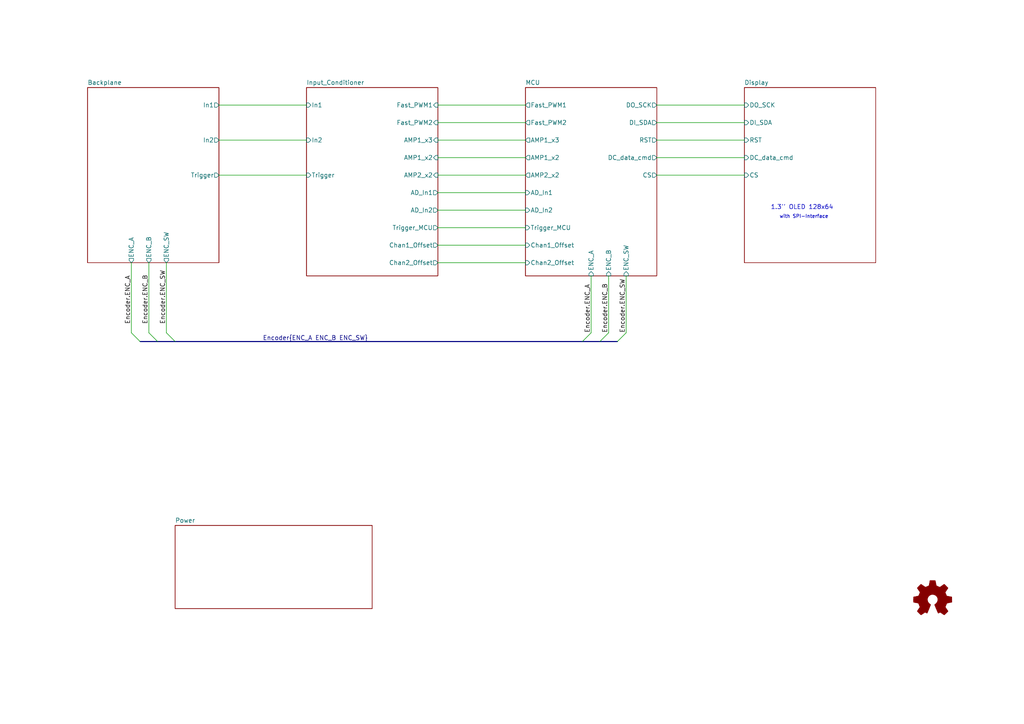
<source format=kicad_sch>
(kicad_sch (version 20230121) (generator eeschema)

  (uuid 8afbb998-7d16-4281-9dd9-09fb779c43d4)

  (paper "A4")

  (title_block
    (title "LesScope")
    (date "2025-03-20")
    (rev "1.1")
    (company "ImoogDi")
    (comment 1 "CC BY-NC-SA")
  )

  (lib_symbols
    (symbol "Graphic:Logo_Open_Hardware_Small" (in_bom no) (on_board no)
      (property "Reference" "#SYM" (at 0 6.985 0)
        (effects (font (size 1.27 1.27)) hide)
      )
      (property "Value" "Logo_Open_Hardware_Small" (at 0 -5.715 0)
        (effects (font (size 1.27 1.27)) hide)
      )
      (property "Footprint" "" (at 0 0 0)
        (effects (font (size 1.27 1.27)) hide)
      )
      (property "Datasheet" "~" (at 0 0 0)
        (effects (font (size 1.27 1.27)) hide)
      )
      (property "Sim.Enable" "0" (at 0 0 0)
        (effects (font (size 1.27 1.27)) hide)
      )
      (property "ki_keywords" "Logo" (at 0 0 0)
        (effects (font (size 1.27 1.27)) hide)
      )
      (property "ki_description" "Open Hardware logo, small" (at 0 0 0)
        (effects (font (size 1.27 1.27)) hide)
      )
      (symbol "Logo_Open_Hardware_Small_0_1"
        (polyline
          (pts
            (xy 3.3528 -4.3434)
            (xy 3.302 -4.318)
            (xy 3.175 -4.2418)
            (xy 2.9972 -4.1148)
            (xy 2.7686 -3.9624)
            (xy 2.54 -3.81)
            (xy 2.3622 -3.7084)
            (xy 2.2352 -3.6068)
            (xy 2.1844 -3.5814)
            (xy 2.159 -3.6068)
            (xy 2.0574 -3.6576)
            (xy 1.905 -3.7338)
            (xy 1.8034 -3.7846)
            (xy 1.6764 -3.8354)
            (xy 1.6002 -3.8354)
            (xy 1.6002 -3.8354)
            (xy 1.5494 -3.7338)
            (xy 1.4732 -3.5306)
            (xy 1.3462 -3.302)
            (xy 1.2446 -3.0226)
            (xy 1.1176 -2.7178)
            (xy 0.9652 -2.413)
            (xy 0.8636 -2.1082)
            (xy 0.7366 -1.8288)
            (xy 0.6604 -1.6256)
            (xy 0.6096 -1.4732)
            (xy 0.5842 -1.397)
            (xy 0.5842 -1.397)
            (xy 0.6604 -1.3208)
            (xy 0.7874 -1.2446)
            (xy 1.0414 -1.016)
            (xy 1.2954 -0.6858)
            (xy 1.4478 -0.3302)
            (xy 1.524 0.0762)
            (xy 1.4732 0.4572)
            (xy 1.3208 0.8128)
            (xy 1.0668 1.143)
            (xy 0.762 1.3716)
            (xy 0.4064 1.524)
            (xy 0 1.5748)
            (xy -0.381 1.5494)
            (xy -0.7366 1.397)
            (xy -1.0668 1.143)
            (xy -1.2192 0.9906)
            (xy -1.397 0.6604)
            (xy -1.524 0.3048)
            (xy -1.524 0.2286)
            (xy -1.4986 -0.1778)
            (xy -1.397 -0.5334)
            (xy -1.1938 -0.8636)
            (xy -0.9144 -1.143)
            (xy -0.8636 -1.1684)
            (xy -0.7366 -1.27)
            (xy -0.635 -1.3462)
            (xy -0.5842 -1.397)
            (xy -1.0668 -2.5908)
            (xy -1.143 -2.794)
            (xy -1.2954 -3.1242)
            (xy -1.397 -3.4036)
            (xy -1.4986 -3.6322)
            (xy -1.5748 -3.7846)
            (xy -1.6002 -3.8354)
            (xy -1.6002 -3.8354)
            (xy -1.651 -3.8354)
            (xy -1.7272 -3.81)
            (xy -1.905 -3.7338)
            (xy -2.0066 -3.683)
            (xy -2.1336 -3.6068)
            (xy -2.2098 -3.5814)
            (xy -2.2606 -3.6068)
            (xy -2.3622 -3.683)
            (xy -2.54 -3.81)
            (xy -2.7686 -3.9624)
            (xy -2.9718 -4.0894)
            (xy -3.1496 -4.2164)
            (xy -3.302 -4.318)
            (xy -3.3528 -4.3434)
            (xy -3.3782 -4.3434)
            (xy -3.429 -4.318)
            (xy -3.5306 -4.2164)
            (xy -3.7084 -4.064)
            (xy -3.937 -3.8354)
            (xy -3.9624 -3.81)
            (xy -4.1656 -3.6068)
            (xy -4.318 -3.4544)
            (xy -4.4196 -3.3274)
            (xy -4.445 -3.2766)
            (xy -4.445 -3.2766)
            (xy -4.4196 -3.2258)
            (xy -4.318 -3.0734)
            (xy -4.2164 -2.8956)
            (xy -4.064 -2.667)
            (xy -3.6576 -2.0828)
            (xy -3.8862 -1.5494)
            (xy -3.937 -1.3716)
            (xy -4.0386 -1.1684)
            (xy -4.0894 -1.0414)
            (xy -4.1148 -0.9652)
            (xy -4.191 -0.9398)
            (xy -4.318 -0.9144)
            (xy -4.5466 -0.8636)
            (xy -4.8006 -0.8128)
            (xy -5.0546 -0.7874)
            (xy -5.2578 -0.7366)
            (xy -5.4356 -0.7112)
            (xy -5.5118 -0.6858)
            (xy -5.5118 -0.6858)
            (xy -5.5372 -0.635)
            (xy -5.5372 -0.5588)
            (xy -5.5372 -0.4318)
            (xy -5.5626 -0.2286)
            (xy -5.5626 0.0762)
            (xy -5.5626 0.127)
            (xy -5.5372 0.4064)
            (xy -5.5372 0.635)
            (xy -5.5372 0.762)
            (xy -5.5372 0.8382)
            (xy -5.5372 0.8382)
            (xy -5.461 0.8382)
            (xy -5.3086 0.889)
            (xy -5.08 0.9144)
            (xy -4.826 0.9652)
            (xy -4.8006 0.9906)
            (xy -4.5466 1.0414)
            (xy -4.318 1.0668)
            (xy -4.1656 1.1176)
            (xy -4.0894 1.143)
            (xy -4.0894 1.143)
            (xy -4.0386 1.2446)
            (xy -3.9624 1.4224)
            (xy -3.8608 1.6256)
            (xy -3.7846 1.8288)
            (xy -3.7084 2.0066)
            (xy -3.6576 2.159)
            (xy -3.6322 2.2098)
            (xy -3.6322 2.2098)
            (xy -3.683 2.286)
            (xy -3.7592 2.413)
            (xy -3.8862 2.5908)
            (xy -4.064 2.8194)
            (xy -4.064 2.8448)
            (xy -4.2164 3.0734)
            (xy -4.3434 3.2512)
            (xy -4.4196 3.3782)
            (xy -4.445 3.4544)
            (xy -4.445 3.4544)
            (xy -4.3942 3.5052)
            (xy -4.2926 3.6322)
            (xy -4.1148 3.81)
            (xy -3.937 4.0132)
            (xy -3.8608 4.064)
            (xy -3.6576 4.2926)
            (xy -3.5052 4.4196)
            (xy -3.4036 4.4958)
            (xy -3.3528 4.5212)
            (xy -3.3528 4.5212)
            (xy -3.302 4.4704)
            (xy -3.1496 4.3688)
            (xy -2.9718 4.2418)
            (xy -2.7432 4.0894)
            (xy -2.7178 4.0894)
            (xy -2.4892 3.937)
            (xy -2.3114 3.81)
            (xy -2.1844 3.7084)
            (xy -2.1336 3.683)
            (xy -2.1082 3.683)
            (xy -2.032 3.7084)
            (xy -1.8542 3.7592)
            (xy -1.6764 3.8354)
            (xy -1.4732 3.937)
            (xy -1.27 4.0132)
            (xy -1.143 4.064)
            (xy -1.0668 4.1148)
            (xy -1.0668 4.1148)
            (xy -1.0414 4.191)
            (xy -1.016 4.3434)
            (xy -0.9652 4.572)
            (xy -0.9144 4.8514)
            (xy -0.889 4.9022)
            (xy -0.8382 5.1562)
            (xy -0.8128 5.3848)
            (xy -0.7874 5.5372)
            (xy -0.762 5.588)
            (xy -0.7112 5.6134)
            (xy -0.5842 5.6134)
            (xy -0.4064 5.6134)
            (xy -0.1524 5.6134)
            (xy 0.0762 5.6134)
            (xy 0.3302 5.6134)
            (xy 0.5334 5.6134)
            (xy 0.6858 5.588)
            (xy 0.7366 5.588)
            (xy 0.7366 5.588)
            (xy 0.762 5.5118)
            (xy 0.8128 5.334)
            (xy 0.8382 5.1054)
            (xy 0.9144 4.826)
            (xy 0.9144 4.7752)
            (xy 0.9652 4.5212)
            (xy 1.016 4.2926)
            (xy 1.0414 4.1402)
            (xy 1.0668 4.0894)
            (xy 1.0668 4.0894)
            (xy 1.1938 4.0386)
            (xy 1.3716 3.9624)
            (xy 1.5748 3.8608)
            (xy 2.0828 3.6576)
            (xy 2.7178 4.0894)
            (xy 2.7686 4.1402)
            (xy 2.9972 4.2926)
            (xy 3.175 4.4196)
            (xy 3.302 4.4958)
            (xy 3.3782 4.5212)
            (xy 3.3782 4.5212)
            (xy 3.429 4.4704)
            (xy 3.556 4.3434)
            (xy 3.7338 4.191)
            (xy 3.9116 3.9878)
            (xy 4.064 3.8354)
            (xy 4.2418 3.6576)
            (xy 4.3434 3.556)
            (xy 4.4196 3.4798)
            (xy 4.4196 3.429)
            (xy 4.4196 3.4036)
            (xy 4.3942 3.3274)
            (xy 4.2926 3.2004)
            (xy 4.1656 2.9972)
            (xy 4.0132 2.794)
            (xy 3.8862 2.5908)
            (xy 3.7592 2.3876)
            (xy 3.6576 2.2352)
            (xy 3.6322 2.159)
            (xy 3.6322 2.1336)
            (xy 3.683 2.0066)
            (xy 3.7592 1.8288)
            (xy 3.8608 1.6002)
            (xy 4.064 1.1176)
            (xy 4.3942 1.0414)
            (xy 4.5974 1.016)
            (xy 4.8768 0.9652)
            (xy 5.1308 0.9144)
            (xy 5.5372 0.8382)
            (xy 5.5626 -0.6604)
            (xy 5.4864 -0.6858)
            (xy 5.4356 -0.6858)
            (xy 5.2832 -0.7366)
            (xy 5.0546 -0.762)
            (xy 4.8006 -0.8128)
            (xy 4.5974 -0.8636)
            (xy 4.3688 -0.9144)
            (xy 4.2164 -0.9398)
            (xy 4.1402 -0.9398)
            (xy 4.1148 -0.9652)
            (xy 4.064 -1.0668)
            (xy 3.9878 -1.2446)
            (xy 3.9116 -1.4478)
            (xy 3.81 -1.651)
            (xy 3.7338 -1.8542)
            (xy 3.683 -2.0066)
            (xy 3.6576 -2.0828)
            (xy 3.683 -2.1336)
            (xy 3.7846 -2.2606)
            (xy 3.8862 -2.4638)
            (xy 4.0386 -2.667)
            (xy 4.191 -2.8956)
            (xy 4.318 -3.0734)
            (xy 4.3942 -3.2004)
            (xy 4.445 -3.2766)
            (xy 4.4196 -3.3274)
            (xy 4.3434 -3.429)
            (xy 4.1656 -3.5814)
            (xy 3.937 -3.8354)
            (xy 3.8862 -3.8608)
            (xy 3.683 -4.064)
            (xy 3.5306 -4.2164)
            (xy 3.4036 -4.318)
            (xy 3.3528 -4.3434)
          )
          (stroke (width 0) (type default))
          (fill (type outline))
        )
      )
    )
  )


  (bus_entry (at 43.18 96.52) (size 2.54 2.54)
    (stroke (width 0) (type default))
    (uuid 3c94fb4b-6e64-45d4-a2e8-06b303b5155f)
  )
  (bus_entry (at 181.61 96.52) (size -2.54 2.54)
    (stroke (width 0) (type default))
    (uuid 72373b18-62dd-4568-9b4c-fc1e7ae874f9)
  )
  (bus_entry (at 48.26 96.52) (size 2.54 2.54)
    (stroke (width 0) (type default))
    (uuid 852a4899-70d6-4b09-b584-2f3fb39fa6ba)
  )
  (bus_entry (at 38.1 96.52) (size 2.54 2.54)
    (stroke (width 0) (type default))
    (uuid 8cb7f23c-71e0-4134-8153-11dfcba9991d)
  )
  (bus_entry (at 176.53 96.52) (size -2.54 2.54)
    (stroke (width 0) (type default))
    (uuid ece28930-9160-4ec5-a431-2a4fddd329d0)
  )
  (bus_entry (at 171.45 96.52) (size -2.54 2.54)
    (stroke (width 0) (type default))
    (uuid fc03b59c-0ba7-4918-bad1-ff6f15228301)
  )

  (wire (pts (xy 171.45 80.01) (xy 171.45 96.52))
    (stroke (width 0) (type default))
    (uuid 0070a5fb-6646-4734-b42d-43607c508081)
  )
  (wire (pts (xy 176.53 80.01) (xy 176.53 96.52))
    (stroke (width 0) (type default))
    (uuid 0280ea7f-391f-4cd8-a9d5-d785064d0a69)
  )
  (wire (pts (xy 127 50.8) (xy 152.4 50.8))
    (stroke (width 0) (type default))
    (uuid 07171b36-2366-4e81-9234-a4d12b4574c1)
  )
  (wire (pts (xy 152.4 35.56) (xy 127 35.56))
    (stroke (width 0) (type default))
    (uuid 0fcd5b4e-8935-4173-9da3-92c2ab37dc64)
  )
  (wire (pts (xy 190.5 30.48) (xy 215.9 30.48))
    (stroke (width 0) (type default))
    (uuid 10dd1296-d6ce-4f93-afb9-319c2aae2bb1)
  )
  (wire (pts (xy 127 71.12) (xy 152.4 71.12))
    (stroke (width 0) (type default))
    (uuid 2ac18a83-1536-4238-9905-dc9aa9887047)
  )
  (bus (pts (xy 50.8 99.06) (xy 168.91 99.06))
    (stroke (width 0) (type default))
    (uuid 333e686b-beba-49dc-ab83-6d9fdb293a21)
  )

  (wire (pts (xy 152.4 66.04) (xy 127 66.04))
    (stroke (width 0) (type default))
    (uuid 5da942ff-d934-42cf-9fcd-f9167953df58)
  )
  (bus (pts (xy 173.99 99.06) (xy 179.07 99.06))
    (stroke (width 0) (type default))
    (uuid 633820a3-d020-4cc0-be80-706491232dd2)
  )

  (wire (pts (xy 190.5 35.56) (xy 215.9 35.56))
    (stroke (width 0) (type default))
    (uuid 63953c2b-1355-4aa3-a4e4-985c41d769c2)
  )
  (wire (pts (xy 88.9 30.48) (xy 63.5 30.48))
    (stroke (width 0) (type default))
    (uuid 63fedaef-57ce-4fd9-8220-706f0b361461)
  )
  (wire (pts (xy 43.18 76.2) (xy 43.18 96.52))
    (stroke (width 0) (type default))
    (uuid 64297bb7-4b40-4b24-91ae-c5b0976b8cda)
  )
  (wire (pts (xy 152.4 30.48) (xy 127 30.48))
    (stroke (width 0) (type default))
    (uuid 66794e68-74aa-4c2e-a996-c117c08e6ebe)
  )
  (wire (pts (xy 127 76.2) (xy 152.4 76.2))
    (stroke (width 0) (type default))
    (uuid 6b4e5c37-3328-4354-9214-e26332fb6e9c)
  )
  (bus (pts (xy 168.91 99.06) (xy 173.99 99.06))
    (stroke (width 0) (type default))
    (uuid 740222ce-302e-465f-b6ba-5d1b7c8870c3)
  )

  (wire (pts (xy 152.4 40.64) (xy 127 40.64))
    (stroke (width 0) (type default))
    (uuid 7789ecba-a5c1-408c-9060-b90f8b3c76d5)
  )
  (bus (pts (xy 45.72 99.06) (xy 50.8 99.06))
    (stroke (width 0) (type default))
    (uuid 7a651895-6403-4f2a-ba06-207a2b940c9d)
  )

  (wire (pts (xy 88.9 40.64) (xy 63.5 40.64))
    (stroke (width 0) (type default))
    (uuid 7f4cfdb8-f5f9-49d3-988a-c83820ea495a)
  )
  (wire (pts (xy 190.5 40.64) (xy 215.9 40.64))
    (stroke (width 0) (type default))
    (uuid 815aa483-78f8-48f7-baf0-081330c4738a)
  )
  (wire (pts (xy 152.4 60.96) (xy 127 60.96))
    (stroke (width 0) (type default))
    (uuid 8440d085-b165-4cd7-af75-b40a205f83b1)
  )
  (wire (pts (xy 190.5 45.72) (xy 215.9 45.72))
    (stroke (width 0) (type default))
    (uuid 980137e8-29e3-4aba-bb16-7dabc0632962)
  )
  (wire (pts (xy 152.4 55.88) (xy 127 55.88))
    (stroke (width 0) (type default))
    (uuid a43ce181-0309-46c7-b7a4-d9e4f9df8900)
  )
  (wire (pts (xy 38.1 76.2) (xy 38.1 96.52))
    (stroke (width 0) (type default))
    (uuid afb775b4-685d-4cd4-b13a-1026ac723de4)
  )
  (wire (pts (xy 88.9 50.8) (xy 63.5 50.8))
    (stroke (width 0) (type default))
    (uuid b235a4fd-d391-46fe-8a96-dca7e6f5e81b)
  )
  (wire (pts (xy 190.5 50.8) (xy 215.9 50.8))
    (stroke (width 0) (type default))
    (uuid b73079af-d6d4-4ad6-8894-eeac53ff129f)
  )
  (bus (pts (xy 40.64 99.06) (xy 45.72 99.06))
    (stroke (width 0) (type default))
    (uuid c84e7224-d9fa-48b5-95bf-c4cd21dfd9a5)
  )

  (wire (pts (xy 127 45.72) (xy 152.4 45.72))
    (stroke (width 0) (type default))
    (uuid cb53a5eb-43a5-4bcc-941c-602495b578c3)
  )
  (wire (pts (xy 48.26 76.2) (xy 48.26 96.52))
    (stroke (width 0) (type default))
    (uuid dc176931-41bc-4cb9-85d1-5082a14f6566)
  )
  (wire (pts (xy 181.61 80.01) (xy 181.61 96.52))
    (stroke (width 0) (type default))
    (uuid ffbbc487-d000-404c-928a-cbbe5bc3b2bc)
  )

  (text "with SPI-Interface" (at 226.06 63.5 0)
    (effects (font (size 1 1)) (justify left bottom))
    (uuid 219e196e-a22e-46d7-af33-b40f16b0ecca)
  )
  (text "1.3'' OLED 128x64" (at 223.52 60.96 0)
    (effects (font (size 1.27 1.27)) (justify left bottom))
    (uuid 4d194101-a809-4964-8b60-8fece247dc72)
  )

  (label "Encoder.ENC_B" (at 176.53 96.52 90) (fields_autoplaced)
    (effects (font (size 1.27 1.27)) (justify left bottom))
    (uuid 3af848a2-ac15-4494-95fe-25efa85ea1f3)
  )
  (label "Encoder.ENC_SW" (at 181.61 96.52 90) (fields_autoplaced)
    (effects (font (size 1.27 1.27)) (justify left bottom))
    (uuid 5c33dec5-8f8f-41fd-b996-f9f18a62932f)
  )
  (label "Encoder{ENC_A ENC_B ENC_SW}" (at 76.2 99.06 0) (fields_autoplaced)
    (effects (font (size 1.27 1.27)) (justify left bottom))
    (uuid b936f52d-863e-4a19-93da-62ed6ae30b79)
  )
  (label "Encoder.ENC_SW" (at 48.26 93.98 90) (fields_autoplaced)
    (effects (font (size 1.27 1.27)) (justify left bottom))
    (uuid b94cb832-6db5-4181-93ef-f0c7b525f6a2)
  )
  (label "Encoder.ENC_A" (at 38.1 93.98 90) (fields_autoplaced)
    (effects (font (size 1.27 1.27)) (justify left bottom))
    (uuid d7ff3f5d-8b8a-41d9-8d44-7488e85d3a8e)
  )
  (label "Encoder.ENC_A" (at 171.45 96.52 90) (fields_autoplaced)
    (effects (font (size 1.27 1.27)) (justify left bottom))
    (uuid eb8a8483-1f7a-4f0a-a0dc-d76e92fdfb5a)
  )
  (label "Encoder.ENC_B" (at 43.18 93.98 90) (fields_autoplaced)
    (effects (font (size 1.27 1.27)) (justify left bottom))
    (uuid ef90ec8c-6453-46e1-bd46-89f4f7b84595)
  )

  (symbol (lib_id "Graphic:Logo_Open_Hardware_Small") (at 270.51 173.99 0) (unit 1)
    (in_bom no) (on_board no) (dnp no) (fields_autoplaced)
    (uuid b8807184-39d4-499e-b18a-951fe2e79aaf)
    (property "Reference" "#SYM1" (at 270.51 167.005 0)
      (effects (font (size 1.27 1.27)) hide)
    )
    (property "Value" "Logo_Open_Hardware_Small" (at 270.51 179.705 0)
      (effects (font (size 1.27 1.27)) hide)
    )
    (property "Footprint" "" (at 270.51 173.99 0)
      (effects (font (size 1.27 1.27)) hide)
    )
    (property "Datasheet" "~" (at 270.51 173.99 0)
      (effects (font (size 1.27 1.27)) hide)
    )
    (property "Sim.Enable" "0" (at 270.51 173.99 0)
      (effects (font (size 1.27 1.27)) hide)
    )
    (instances
      (project "LesScope"
        (path "/8afbb998-7d16-4281-9dd9-09fb779c43d4/b8db8617-cc95-40d1-bc8b-68c75cdd91fa"
          (reference "#SYM1") (unit 1)
        )
        (path "/8afbb998-7d16-4281-9dd9-09fb779c43d4"
          (reference "#SYM1") (unit 1)
        )
      )
    )
  )

  (sheet (at 215.9 25.4) (size 38.1 50.8) (fields_autoplaced)
    (stroke (width 0.1524) (type solid))
    (fill (color 0 0 0 0.0000))
    (uuid 2e9d1ae7-8d82-44d6-aaf9-bb8ee69cb7e9)
    (property "Sheetname" "Display" (at 215.9 24.6884 0)
      (effects (font (size 1.27 1.27)) (justify left bottom))
    )
    (property "Sheetfile" "Display.kicad_sch" (at 215.9 76.7846 0)
      (effects (font (size 1.27 1.27)) (justify left top) hide)
    )
    (pin "RST" input (at 215.9 40.64 180)
      (effects (font (size 1.27 1.27)) (justify left))
      (uuid e413acdf-2fbe-4340-b8cf-4abaa6e05059)
    )
    (pin "CS" input (at 215.9 50.8 180)
      (effects (font (size 1.27 1.27)) (justify left))
      (uuid 8d688144-7c5b-48cc-9c64-29c82fdcb9d2)
    )
    (pin "DI_SDA" input (at 215.9 35.56 180)
      (effects (font (size 1.27 1.27)) (justify left))
      (uuid 0ec9b2df-152b-4f2b-ac74-defe7df437b6)
    )
    (pin "DO_SCK" input (at 215.9 30.48 180)
      (effects (font (size 1.27 1.27)) (justify left))
      (uuid e3059d29-01b6-4ccb-b44a-581fa551ed0f)
    )
    (pin "DC_data_cmd" input (at 215.9 45.72 180)
      (effects (font (size 1.27 1.27)) (justify left))
      (uuid e00cf364-e713-4e57-9829-c000fbd8a3eb)
    )
    (instances
      (project "LesScope"
        (path "/8afbb998-7d16-4281-9dd9-09fb779c43d4" (page "6"))
      )
    )
  )

  (sheet (at 88.9 25.4) (size 38.1 54.61) (fields_autoplaced)
    (stroke (width 0.1524) (type solid))
    (fill (color 0 0 0 0.0000))
    (uuid 7ece734a-f1c4-44ad-8ccb-a25d3c268fc5)
    (property "Sheetname" "Input_Conditioner" (at 88.9 24.6884 0)
      (effects (font (size 1.27 1.27)) (justify left bottom))
    )
    (property "Sheetfile" "Input_Conditioner.kicad_sch" (at 88.9 80.5946 0)
      (effects (font (size 1.27 1.27)) (justify left top) hide)
    )
    (pin "Fast_PWM2" input (at 127 35.56 0)
      (effects (font (size 1.27 1.27)) (justify right))
      (uuid 63f53f4b-02d4-47d0-b186-584e34032cf1)
    )
    (pin "Fast_PWM1" input (at 127 30.48 0)
      (effects (font (size 1.27 1.27)) (justify right))
      (uuid 06e68c64-b892-493d-92af-738e4db6761b)
    )
    (pin "AD_In1" output (at 127 55.88 0)
      (effects (font (size 1.27 1.27)) (justify right))
      (uuid 7f1111f2-d33f-4740-9e6f-dcb820ed18b6)
    )
    (pin "AD_In2" output (at 127 60.96 0)
      (effects (font (size 1.27 1.27)) (justify right))
      (uuid 6b795b07-0bb8-410f-88da-1b11f6ba3dc1)
    )
    (pin "Trigger" input (at 88.9 50.8 180)
      (effects (font (size 1.27 1.27)) (justify left))
      (uuid 84d104e5-37bd-4442-8245-8f0939686e43)
    )
    (pin "Trigger_MCU" output (at 127 66.04 0)
      (effects (font (size 1.27 1.27)) (justify right))
      (uuid bc56f0b4-5f39-48c5-8975-f6a2f45c78d1)
    )
    (pin "AMP1_x2" input (at 127 45.72 0)
      (effects (font (size 1.27 1.27)) (justify right))
      (uuid 588f35d4-12da-44f4-9fce-6dda7beed555)
    )
    (pin "AMP2_x2" input (at 127 50.8 0)
      (effects (font (size 1.27 1.27)) (justify right))
      (uuid 65c23678-a42d-4fdd-84dc-4d7ccb940f33)
    )
    (pin "Chan1_Offset" output (at 127 71.12 0)
      (effects (font (size 1.27 1.27)) (justify right))
      (uuid 794c95e0-8495-4f6d-a24a-9f6d2a4c5ee2)
    )
    (pin "Chan2_Offset" output (at 127 76.2 0)
      (effects (font (size 1.27 1.27)) (justify right))
      (uuid ce3aed7e-d2e8-412b-901f-9a3d3c300ad2)
    )
    (pin "In2" input (at 88.9 40.64 180)
      (effects (font (size 1.27 1.27)) (justify left))
      (uuid bbad1635-cd0e-4f7b-a4a8-be4995d825d2)
    )
    (pin "In1" input (at 88.9 30.48 180)
      (effects (font (size 1.27 1.27)) (justify left))
      (uuid a875bd29-d9ec-4216-a007-00f64ef00638)
    )
    (pin "AMP1_x3" input (at 127 40.64 0)
      (effects (font (size 1.27 1.27)) (justify right))
      (uuid 01c4e4ec-31c9-49fe-a52c-62d213dd7278)
    )
    (instances
      (project "LesScope"
        (path "/8afbb998-7d16-4281-9dd9-09fb779c43d4" (page "4"))
      )
    )
  )

  (sheet (at 50.8 152.4) (size 57.15 24.13) (fields_autoplaced)
    (stroke (width 0.1524) (type solid))
    (fill (color 0 0 0 0.0000))
    (uuid a58b06a3-b348-4449-a54e-43011ac017d3)
    (property "Sheetname" "Power" (at 50.8 151.6884 0)
      (effects (font (size 1.27 1.27)) (justify left bottom))
    )
    (property "Sheetfile" "Power.kicad_sch" (at 50.8 177.1146 0)
      (effects (font (size 1.27 1.27)) (justify left top) hide)
    )
    (instances
      (project "LesScope"
        (path "/8afbb998-7d16-4281-9dd9-09fb779c43d4" (page "3"))
      )
    )
  )

  (sheet (at 25.4 25.4) (size 38.1 50.8) (fields_autoplaced)
    (stroke (width 0.1524) (type solid))
    (fill (color 0 0 0 0.0000))
    (uuid b8db8617-cc95-40d1-bc8b-68c75cdd91fa)
    (property "Sheetname" "Backplane" (at 25.4 24.6884 0)
      (effects (font (size 1.27 1.27)) (justify left bottom))
    )
    (property "Sheetfile" "Backplane.kicad_sch" (at 25.4 76.7846 0)
      (effects (font (size 1.27 1.27)) (justify left top) hide)
    )
    (pin "Trigger" output (at 63.5 50.8 0)
      (effects (font (size 1.27 1.27)) (justify right))
      (uuid 0545498f-bd44-460a-bbab-2b5274721d03)
    )
    (pin "ENC_SW" output (at 48.26 76.2 270)
      (effects (font (size 1.27 1.27)) (justify left))
      (uuid 10c3a27b-6800-4b16-a843-d0254a5b3607)
    )
    (pin "ENC_A" output (at 38.1 76.2 270)
      (effects (font (size 1.27 1.27)) (justify left))
      (uuid 175ad69c-ce26-40e8-ae16-abcacc116783)
    )
    (pin "ENC_B" output (at 43.18 76.2 270)
      (effects (font (size 1.27 1.27)) (justify left))
      (uuid 55e39e69-7c7e-48cb-ba69-03d68e7ec1c1)
    )
    (pin "In2" output (at 63.5 40.64 0)
      (effects (font (size 1.27 1.27)) (justify right))
      (uuid d48369ea-d7ae-4c56-bd16-878eda9df3eb)
    )
    (pin "In1" output (at 63.5 30.48 0)
      (effects (font (size 1.27 1.27)) (justify right))
      (uuid 2fb3eaac-d5ed-4ce5-a89d-5c776ceceffa)
    )
    (instances
      (project "LesScope"
        (path "/8afbb998-7d16-4281-9dd9-09fb779c43d4" (page "2"))
      )
    )
  )

  (sheet (at 152.4 25.4) (size 38.1 54.61) (fields_autoplaced)
    (stroke (width 0.1524) (type solid))
    (fill (color 0 0 0 0.0000))
    (uuid b90709da-9a91-4bc6-9194-aeb33213df46)
    (property "Sheetname" "MCU" (at 152.4 24.6884 0)
      (effects (font (size 1.27 1.27)) (justify left bottom))
    )
    (property "Sheetfile" "MCU.kicad_sch" (at 152.4 80.5946 0)
      (effects (font (size 1.27 1.27)) (justify left top) hide)
    )
    (pin "AD_In1" input (at 152.4 55.88 180)
      (effects (font (size 1.27 1.27)) (justify left))
      (uuid 70b00e8f-0364-4837-8061-e572843e1033)
    )
    (pin "Fast_PWM1" output (at 152.4 30.48 180)
      (effects (font (size 1.27 1.27)) (justify left))
      (uuid 2f603d0e-2942-4564-a5c0-5a8cebd9e6bb)
    )
    (pin "AD_In2" input (at 152.4 60.96 180)
      (effects (font (size 1.27 1.27)) (justify left))
      (uuid ed6a71c3-9ba2-401d-a04b-9e41631ecfc9)
    )
    (pin "Fast_PWM2" output (at 152.4 35.56 180)
      (effects (font (size 1.27 1.27)) (justify left))
      (uuid ad5e0225-4c71-4a1e-a659-523777e7c28d)
    )
    (pin "Trigger_MCU" input (at 152.4 66.04 180)
      (effects (font (size 1.27 1.27)) (justify left))
      (uuid 36b5168d-fd7c-4bc9-b26d-882c9c02f280)
    )
    (pin "CS" output (at 190.5 50.8 0)
      (effects (font (size 1.27 1.27)) (justify right))
      (uuid d69b2686-612b-453e-8e0d-5997c50100a2)
    )
    (pin "RST" output (at 190.5 40.64 0)
      (effects (font (size 1.27 1.27)) (justify right))
      (uuid 725e2da1-2e9c-45c3-be71-b4d33aece926)
    )
    (pin "ENC_SW" input (at 181.61 80.01 270)
      (effects (font (size 1.27 1.27)) (justify left))
      (uuid dd2ace78-1f19-46af-8252-46c2abd0ab09)
    )
    (pin "ENC_A" input (at 171.45 80.01 270)
      (effects (font (size 1.27 1.27)) (justify left))
      (uuid a388a2f4-18bb-475b-863b-4773d7c3ce10)
    )
    (pin "ENC_B" input (at 176.53 80.01 270)
      (effects (font (size 1.27 1.27)) (justify left))
      (uuid 4a2755f2-d0a6-4c17-a50d-e2caad04d42a)
    )
    (pin "DO_SCK" output (at 190.5 30.48 0)
      (effects (font (size 1.27 1.27)) (justify right))
      (uuid ed680f43-87cc-47b3-b776-d9129a94bd05)
    )
    (pin "DI_SDA" output (at 190.5 35.56 0)
      (effects (font (size 1.27 1.27)) (justify right))
      (uuid 4a3dc6f5-7584-49dc-a453-683fb13f5ebd)
    )
    (pin "DC_data_cmd" output (at 190.5 45.72 0)
      (effects (font (size 1.27 1.27)) (justify right))
      (uuid f682d9d8-2217-4b70-8eb4-86d9d7d9b186)
    )
    (pin "AMP1_x2" output (at 152.4 45.72 180)
      (effects (font (size 1.27 1.27)) (justify left))
      (uuid 78f968d7-7d92-4de6-ac68-d4f4abb340bd)
    )
    (pin "AMP2_x2" output (at 152.4 50.8 180)
      (effects (font (size 1.27 1.27)) (justify left))
      (uuid 12c92c3f-8786-4c86-960c-ab3b69b4b5c9)
    )
    (pin "Chan1_Offset" input (at 152.4 71.12 180)
      (effects (font (size 1.27 1.27)) (justify left))
      (uuid 4c3a3212-ce39-41ab-856b-c2e60cd0dbdc)
    )
    (pin "Chan2_Offset" input (at 152.4 76.2 180)
      (effects (font (size 1.27 1.27)) (justify left))
      (uuid 1a76765b-6936-4af2-9488-cbeedbb3f85a)
    )
    (pin "AMP1_x3" output (at 152.4 40.64 180)
      (effects (font (size 1.27 1.27)) (justify left))
      (uuid e7c0127f-a17c-4569-9c14-e45e09c46135)
    )
    (instances
      (project "LesScope"
        (path "/8afbb998-7d16-4281-9dd9-09fb779c43d4" (page "5"))
      )
    )
  )

  (sheet_instances
    (path "/" (page "1"))
  )
)

</source>
